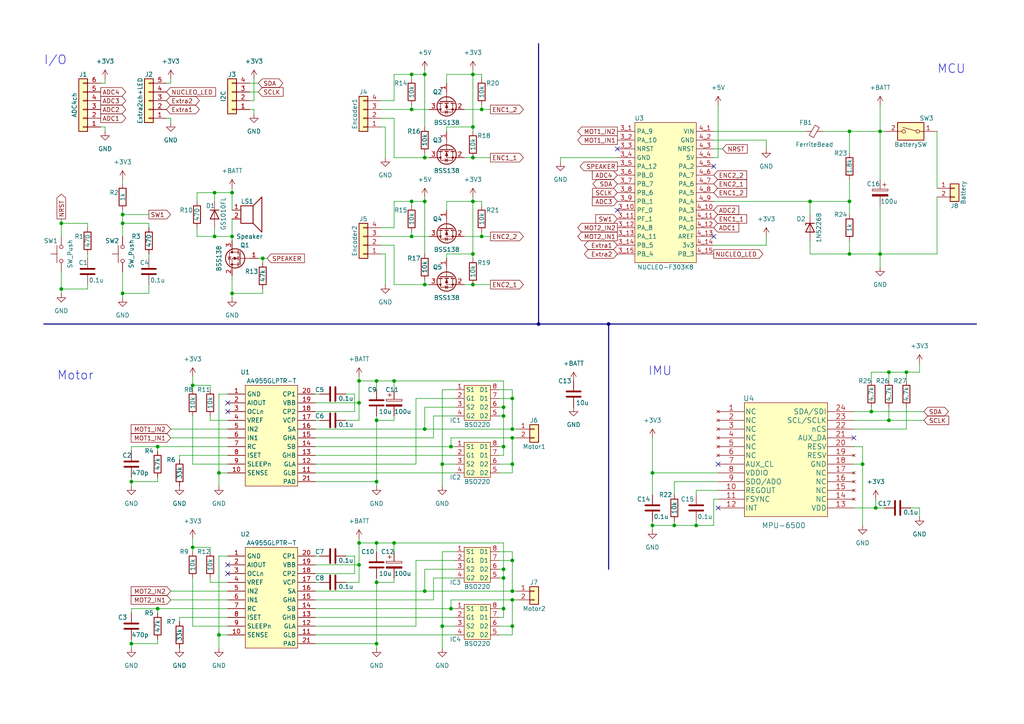
<source format=kicad_sch>
(kicad_sch (version 20230121) (generator eeschema)
  (paper "A4")
  (junction (at 45.72 129.54))
  (junction (at 128.27 181.61))
  (junction (at 63.5 137.16))
  (junction (at 146.05 165.1))
  (junction (at 148.59 115.57))
  (junction (at 67.31 68.58))
  (junction (at 255.27 73.66))
  (junction (at 252.73 119.38))
  (junction (at 137.16 73.66))
  (junction (at 137.16 45.72))
  (junction (at 35.56 62.23))
  (junction (at 114.3 157.48))
  (junction (at 148.59 181.61))
  (junction (at 148.59 162.56))
  (junction (at 146.05 118.11))
  (junction (at 63.5 184.15))
  (junction (at 176.53 93.98))
  (junction (at 67.31 55.88))
  (junction (at 148.59 171.45))
  (junction (at 257.81 121.92))
  (junction (at 246.38 58.42))
  (junction (at 55.88 158.75))
  (junction (at 146.05 129.54))
  (junction (at 62.23 55.88))
  (junction (at 148.59 134.62))
  (junction (at 195.58 152.4))
  (junction (at 119.38 31.75))
  (junction (at 130.81 176.53))
  (junction (at 201.93 152.4))
  (junction (at 104.14 157.48))
  (junction (at 109.22 110.49))
  (junction (at 104.14 116.84))
  (junction (at 250.19 134.62))
  (junction (at 109.22 157.48))
  (junction (at 104.14 110.49))
  (junction (at 139.7 68.58))
  (junction (at 123.19 171.45))
  (junction (at 123.19 45.72))
  (junction (at 123.19 21.59))
  (junction (at 104.14 163.83))
  (junction (at 62.23 68.58))
  (junction (at 254 147.32))
  (junction (at 128.27 134.62))
  (junction (at 38.1 186.69))
  (junction (at 17.78 83.82))
  (junction (at 189.23 137.16))
  (junction (at 137.16 21.59))
  (junction (at 123.19 124.46))
  (junction (at 148.59 124.46))
  (junction (at 67.31 85.09))
  (junction (at 146.05 120.65))
  (junction (at 35.56 64.77))
  (junction (at 257.81 107.95))
  (junction (at 38.1 139.7))
  (junction (at 123.19 58.42))
  (junction (at 55.88 111.76))
  (junction (at 146.05 167.64))
  (junction (at 109.22 186.69))
  (junction (at 146.05 176.53))
  (junction (at 189.23 152.4))
  (junction (at 262.89 107.95))
  (junction (at 45.72 176.53))
  (junction (at 119.38 58.42))
  (junction (at 139.7 31.75))
  (junction (at 255.27 38.1))
  (junction (at 148.59 127))
  (junction (at 119.38 68.58))
  (junction (at 119.38 21.59))
  (junction (at 123.19 82.55))
  (junction (at 137.16 36.83))
  (junction (at 156.21 93.98))
  (junction (at 246.38 73.66))
  (junction (at 109.22 121.92))
  (junction (at 17.78 64.77))
  (junction (at 148.59 173.99))
  (junction (at 137.16 82.55))
  (junction (at 137.16 58.42))
  (junction (at 130.81 129.54))
  (junction (at 76.2 74.93))
  (junction (at 35.56 85.09))
  (junction (at 109.22 139.7))
  (junction (at 114.3 110.49))
  (junction (at 109.22 168.91))
  (junction (at 246.38 38.1))
  (junction (at 234.95 58.42))
  (no_connect (at 179.07 43.18))
  (no_connect (at 179.07 60.96))
  (no_connect (at 208.28 147.32))
  (no_connect (at 66.04 119.38))
  (no_connect (at 66.04 163.83))
  (no_connect (at 66.04 166.37))
  (no_connect (at 207.01 48.26))
  (no_connect (at 207.01 68.58))
  (no_connect (at 247.65 127))
  (no_connect (at 208.28 134.62))
  (no_connect (at 66.04 116.84))
  (wire (pts (xy 137.16 36.83) (xy 137.16 38.1)))
  (wire (pts (xy 207.01 71.12) (xy 222.25 71.12)))
  (wire (pts (xy 74.93 26.67) (xy 72.39 26.67)))
  (wire (pts (xy 60.96 113.03) (xy 60.96 111.76)))
  (wire (pts (xy 234.95 58.42) (xy 246.38 58.42)))
  (wire (pts (xy 146.05 167.64) (xy 146.05 176.53)))
  (wire (pts (xy 110.49 31.75) (xy 119.38 31.75)))
  (wire (pts (xy 114.3 110.49) (xy 146.05 110.49)))
  (wire (pts (xy 109.22 168.91) (xy 114.3 168.91)))
  (wire (pts (xy 91.44 116.84) (xy 104.14 116.84)))
  (wire (pts (xy 35.56 78.74) (xy 35.56 85.09)))
  (wire (pts (xy 100.33 121.92) (xy 104.14 121.92)))
  (wire (pts (xy 207.01 45.72) (xy 208.28 45.72)))
  (wire (pts (xy 246.38 73.66) (xy 246.38 69.85)))
  (wire (pts (xy 139.7 21.59) (xy 137.16 21.59)))
  (wire (pts (xy 146.05 120.65) (xy 146.05 129.54)))
  (wire (pts (xy 266.7 149.86) (xy 266.7 147.32)))
  (wire (pts (xy 195.58 151.13) (xy 195.58 152.4)))
  (wire (pts (xy 254 144.78) (xy 254 147.32)))
  (wire (pts (xy 114.3 157.48) (xy 114.3 160.02)))
  (wire (pts (xy 66.04 161.29) (xy 63.5 161.29)))
  (wire (pts (xy 209.55 43.18) (xy 207.01 43.18)))
  (wire (pts (xy 123.19 57.15) (xy 123.19 58.42)))
  (wire (pts (xy 100.33 114.3) (xy 102.87 114.3)))
  (wire (pts (xy 109.22 157.48) (xy 109.22 160.02)))
  (bus (pts (xy 156.21 12.7) (xy 156.21 93.98)))
  (wire (pts (xy 67.31 68.58) (xy 67.31 69.85)))
  (wire (pts (xy 74.93 24.13) (xy 72.39 24.13)))
  (wire (pts (xy 146.05 110.49) (xy 146.05 118.11)))
  (wire (pts (xy 120.65 115.57) (xy 120.65 134.62)))
  (wire (pts (xy 104.14 157.48) (xy 104.14 163.83)))
  (wire (pts (xy 55.88 181.61) (xy 66.04 181.61)))
  (wire (pts (xy 255.27 38.1) (xy 246.38 38.1)))
  (wire (pts (xy 148.59 134.62) (xy 148.59 137.16)))
  (wire (pts (xy 91.44 184.15) (xy 132.08 184.15)))
  (wire (pts (xy 266.7 105.41) (xy 266.7 107.95)))
  (wire (pts (xy 62.23 66.04) (xy 62.23 68.58)))
  (wire (pts (xy 72.39 31.75) (xy 73.66 31.75)))
  (wire (pts (xy 45.72 138.43) (xy 45.72 139.7)))
  (wire (pts (xy 114.3 21.59) (xy 114.3 29.21)))
  (wire (pts (xy 109.22 186.69) (xy 109.22 187.96)))
  (wire (pts (xy 43.18 82.55) (xy 43.18 85.09)))
  (wire (pts (xy 207.01 144.78) (xy 207.01 152.4)))
  (wire (pts (xy 49.53 34.29) (xy 49.53 35.56)))
  (wire (pts (xy 57.15 58.42) (xy 57.15 55.88)))
  (wire (pts (xy 104.14 121.92) (xy 104.14 116.84)))
  (wire (pts (xy 123.19 21.59) (xy 123.19 36.83)))
  (wire (pts (xy 91.44 171.45) (xy 123.19 171.45)))
  (wire (pts (xy 130.81 127) (xy 130.81 129.54)))
  (wire (pts (xy 207.01 38.1) (xy 233.68 38.1)))
  (wire (pts (xy 255.27 73.66) (xy 255.27 77.47)))
  (wire (pts (xy 129.54 73.66) (xy 137.16 73.66)))
  (wire (pts (xy 43.18 64.77) (xy 43.18 66.04)))
  (wire (pts (xy 38.1 129.54) (xy 45.72 129.54)))
  (wire (pts (xy 146.05 132.08) (xy 146.05 129.54)))
  (wire (pts (xy 250.19 134.62) (xy 250.19 152.4)))
  (wire (pts (xy 189.23 152.4) (xy 195.58 152.4)))
  (wire (pts (xy 134.62 82.55) (xy 137.16 82.55)))
  (wire (pts (xy 60.96 160.02) (xy 60.96 158.75)))
  (wire (pts (xy 139.7 22.86) (xy 139.7 21.59)))
  (wire (pts (xy 144.78 176.53) (xy 146.05 176.53)))
  (wire (pts (xy 91.44 124.46) (xy 123.19 124.46)))
  (wire (pts (xy 207.01 152.4) (xy 201.93 152.4)))
  (wire (pts (xy 35.56 64.77) (xy 35.56 68.58)))
  (wire (pts (xy 123.19 165.1) (xy 123.19 171.45)))
  (wire (pts (xy 91.44 163.83) (xy 104.14 163.83)))
  (wire (pts (xy 144.78 167.64) (xy 146.05 167.64)))
  (wire (pts (xy 109.22 120.65) (xy 109.22 121.92)))
  (wire (pts (xy 29.21 36.83) (xy 30.48 36.83)))
  (wire (pts (xy 146.05 157.48) (xy 146.05 165.1)))
  (wire (pts (xy 139.7 31.75) (xy 142.24 31.75)))
  (wire (pts (xy 125.73 120.65) (xy 132.08 120.65)))
  (wire (pts (xy 66.04 179.07) (xy 52.07 179.07)))
  (wire (pts (xy 148.59 173.99) (xy 149.86 173.99)))
  (wire (pts (xy 91.44 139.7) (xy 109.22 139.7)))
  (wire (pts (xy 38.1 139.7) (xy 38.1 140.97)))
  (wire (pts (xy 91.44 176.53) (xy 130.81 176.53)))
  (wire (pts (xy 201.93 151.13) (xy 201.93 152.4)))
  (wire (pts (xy 195.58 139.7) (xy 208.28 139.7)))
  (wire (pts (xy 60.96 121.92) (xy 66.04 121.92)))
  (wire (pts (xy 123.19 58.42) (xy 123.19 73.66)))
  (wire (pts (xy 110.49 34.29) (xy 114.3 34.29)))
  (wire (pts (xy 234.95 69.85) (xy 234.95 73.66)))
  (wire (pts (xy 91.44 173.99) (xy 125.73 173.99)))
  (wire (pts (xy 137.16 20.32) (xy 137.16 21.59)))
  (wire (pts (xy 25.4 83.82) (xy 17.78 83.82)))
  (wire (pts (xy 104.14 110.49) (xy 109.22 110.49)))
  (wire (pts (xy 247.65 124.46) (xy 262.89 124.46)))
  (wire (pts (xy 247.65 134.62) (xy 250.19 134.62)))
  (wire (pts (xy 57.15 55.88) (xy 62.23 55.88)))
  (wire (pts (xy 62.23 68.58) (xy 67.31 68.58)))
  (wire (pts (xy 247.65 119.38) (xy 252.73 119.38)))
  (wire (pts (xy 119.38 67.31) (xy 119.38 68.58)))
  (wire (pts (xy 114.3 58.42) (xy 114.3 66.04)))
  (wire (pts (xy 146.05 165.1) (xy 146.05 167.64)))
  (wire (pts (xy 109.22 110.49) (xy 114.3 110.49)))
  (wire (pts (xy 144.78 160.02) (xy 148.59 160.02)))
  (wire (pts (xy 257.81 118.11) (xy 257.81 121.92)))
  (wire (pts (xy 48.26 34.29) (xy 49.53 34.29)))
  (wire (pts (xy 52.07 132.08) (xy 52.07 133.35)))
  (wire (pts (xy 262.89 124.46) (xy 262.89 118.11)))
  (wire (pts (xy 123.19 20.32) (xy 123.19 21.59)))
  (wire (pts (xy 256.54 38.1) (xy 255.27 38.1)))
  (wire (pts (xy 130.81 176.53) (xy 132.08 176.53)))
  (wire (pts (xy 125.73 127) (xy 125.73 120.65)))
  (wire (pts (xy 91.44 186.69) (xy 109.22 186.69)))
  (wire (pts (xy 255.27 59.69) (xy 255.27 73.66)))
  (wire (pts (xy 119.38 21.59) (xy 119.38 22.86)))
  (wire (pts (xy 100.33 168.91) (xy 104.14 168.91)))
  (wire (pts (xy 148.59 127) (xy 148.59 134.62)))
  (wire (pts (xy 179.07 45.72) (xy 162.56 45.72)))
  (wire (pts (xy 104.14 156.21) (xy 104.14 157.48)))
  (wire (pts (xy 130.81 173.99) (xy 130.81 176.53)))
  (wire (pts (xy 148.59 127) (xy 149.86 127)))
  (wire (pts (xy 271.78 57.15) (xy 271.78 73.66)))
  (wire (pts (xy 148.59 173.99) (xy 148.59 181.61)))
  (wire (pts (xy 134.62 45.72) (xy 137.16 45.72)))
  (wire (pts (xy 195.58 152.4) (xy 201.93 152.4)))
  (wire (pts (xy 134.62 31.75) (xy 139.7 31.75)))
  (wire (pts (xy 129.54 58.42) (xy 137.16 58.42)))
  (wire (pts (xy 91.44 166.37) (xy 102.87 166.37)))
  (wire (pts (xy 128.27 160.02) (xy 132.08 160.02)))
  (wire (pts (xy 207.01 58.42) (xy 234.95 58.42)))
  (wire (pts (xy 25.4 64.77) (xy 25.4 66.04)))
  (wire (pts (xy 234.95 58.42) (xy 234.95 62.23)))
  (wire (pts (xy 144.78 181.61) (xy 148.59 181.61)))
  (wire (pts (xy 55.88 156.21) (xy 55.88 158.75)))
  (wire (pts (xy 148.59 181.61) (xy 148.59 184.15)))
  (wire (pts (xy 114.3 71.12) (xy 114.3 82.55)))
  (wire (pts (xy 189.23 152.4) (xy 189.23 151.13)))
  (wire (pts (xy 246.38 58.42) (xy 246.38 62.23)))
  (wire (pts (xy 60.96 120.65) (xy 60.96 121.92)))
  (wire (pts (xy 132.08 118.11) (xy 123.19 118.11)))
  (wire (pts (xy 144.78 132.08) (xy 146.05 132.08)))
  (wire (pts (xy 102.87 119.38) (xy 102.87 114.3)))
  (wire (pts (xy 109.22 157.48) (xy 114.3 157.48)))
  (wire (pts (xy 201.93 142.24) (xy 208.28 142.24)))
  (wire (pts (xy 35.56 85.09) (xy 35.56 86.36)))
  (wire (pts (xy 55.88 111.76) (xy 55.88 113.03)))
  (wire (pts (xy 139.7 30.48) (xy 139.7 31.75)))
  (wire (pts (xy 76.2 74.93) (xy 76.2 76.2)))
  (wire (pts (xy 119.38 30.48) (xy 119.38 31.75)))
  (wire (pts (xy 255.27 30.48) (xy 255.27 38.1)))
  (wire (pts (xy 144.78 129.54) (xy 146.05 129.54)))
  (wire (pts (xy 63.5 184.15) (xy 63.5 187.96)))
  (wire (pts (xy 17.78 64.77) (xy 25.4 64.77)))
  (wire (pts (xy 43.18 64.77) (xy 35.56 64.77)))
  (wire (pts (xy 144.78 113.03) (xy 148.59 113.03)))
  (wire (pts (xy 17.78 64.77) (xy 17.78 68.58)))
  (wire (pts (xy 114.3 157.48) (xy 146.05 157.48)))
  (wire (pts (xy 189.23 127) (xy 189.23 137.16)))
  (wire (pts (xy 109.22 110.49) (xy 109.22 113.03)))
  (wire (pts (xy 100.33 161.29) (xy 102.87 161.29)))
  (wire (pts (xy 110.49 68.58) (xy 119.38 68.58)))
  (wire (pts (xy 130.81 127) (xy 148.59 127)))
  (wire (pts (xy 67.31 63.5) (xy 67.31 68.58)))
  (wire (pts (xy 66.04 132.08) (xy 52.07 132.08)))
  (wire (pts (xy 128.27 134.62) (xy 128.27 140.97)))
  (wire (pts (xy 123.19 171.45) (xy 148.59 171.45)))
  (wire (pts (xy 207.01 40.64) (xy 222.25 40.64)))
  (wire (pts (xy 30.48 36.83) (xy 30.48 38.1)))
  (wire (pts (xy 114.3 58.42) (xy 119.38 58.42)))
  (wire (pts (xy 109.22 167.64) (xy 109.22 168.91)))
  (wire (pts (xy 102.87 166.37) (xy 102.87 161.29)))
  (wire (pts (xy 137.16 82.55) (xy 142.24 82.55)))
  (wire (pts (xy 38.1 185.42) (xy 38.1 186.69)))
  (wire (pts (xy 129.54 38.1) (xy 129.54 36.83)))
  (wire (pts (xy 130.81 129.54) (xy 132.08 129.54)))
  (wire (pts (xy 52.07 179.07) (xy 52.07 180.34)))
  (wire (pts (xy 146.05 118.11) (xy 146.05 120.65)))
  (wire (pts (xy 132.08 165.1) (xy 123.19 165.1)))
  (wire (pts (xy 49.53 22.86) (xy 49.53 24.13)))
  (wire (pts (xy 252.73 107.95) (xy 257.81 107.95)))
  (wire (pts (xy 128.27 113.03) (xy 132.08 113.03)))
  (wire (pts (xy 129.54 74.93) (xy 129.54 73.66)))
  (wire (pts (xy 222.25 71.12) (xy 222.25 68.58)))
  (wire (pts (xy 45.72 185.42) (xy 45.72 186.69)))
  (wire (pts (xy 247.65 121.92) (xy 257.81 121.92)))
  (wire (pts (xy 38.1 177.8) (xy 38.1 176.53)))
  (wire (pts (xy 120.65 162.56) (xy 120.65 181.61)))
  (wire (pts (xy 91.44 179.07) (xy 132.08 179.07)))
  (wire (pts (xy 137.16 58.42) (xy 137.16 73.66)))
  (wire (pts (xy 123.19 45.72) (xy 123.19 44.45)))
  (wire (pts (xy 128.27 160.02) (xy 128.27 181.61)))
  (wire (pts (xy 148.59 115.57) (xy 148.59 124.46)))
  (wire (pts (xy 30.48 24.13) (xy 29.21 24.13)))
  (wire (pts (xy 125.73 167.64) (xy 132.08 167.64)))
  (wire (pts (xy 63.5 184.15) (xy 66.04 184.15)))
  (wire (pts (xy 129.54 36.83) (xy 137.16 36.83)))
  (wire (pts (xy 67.31 85.09) (xy 67.31 86.36)))
  (wire (pts (xy 119.38 31.75) (xy 124.46 31.75)))
  (wire (pts (xy 139.7 58.42) (xy 137.16 58.42)))
  (wire (pts (xy 148.59 113.03) (xy 148.59 115.57)))
  (wire (pts (xy 76.2 83.82) (xy 76.2 85.09)))
  (wire (pts (xy 119.38 21.59) (xy 123.19 21.59)))
  (wire (pts (xy 137.16 21.59) (xy 137.16 36.83)))
  (wire (pts (xy 252.73 110.49) (xy 252.73 107.95)))
  (wire (pts (xy 92.71 114.3) (xy 91.44 114.3)))
  (wire (pts (xy 104.14 110.49) (xy 104.14 116.84)))
  (wire (pts (xy 104.14 109.22) (xy 104.14 110.49)))
  (wire (pts (xy 63.5 137.16) (xy 63.5 140.97)))
  (wire (pts (xy 162.56 45.72) (xy 162.56 46.99)))
  (wire (pts (xy 257.81 121.92) (xy 267.97 121.92)))
  (wire (pts (xy 246.38 52.07) (xy 246.38 58.42)))
  (wire (pts (xy 123.19 118.11) (xy 123.19 124.46)))
  (wire (pts (xy 252.73 118.11) (xy 252.73 119.38)))
  (wire (pts (xy 114.3 167.64) (xy 114.3 168.91)))
  (wire (pts (xy 38.1 176.53) (xy 45.72 176.53)))
  (wire (pts (xy 250.19 129.54) (xy 250.19 134.62)))
  (wire (pts (xy 114.3 82.55) (xy 123.19 82.55)))
  (wire (pts (xy 57.15 68.58) (xy 62.23 68.58)))
  (wire (pts (xy 189.23 137.16) (xy 208.28 137.16)))
  (wire (pts (xy 63.5 137.16) (xy 66.04 137.16)))
  (wire (pts (xy 144.78 115.57) (xy 148.59 115.57)))
  (wire (pts (xy 38.1 138.43) (xy 38.1 139.7)))
  (wire (pts (xy 208.28 144.78) (xy 207.01 144.78)))
  (wire (pts (xy 74.93 74.93) (xy 76.2 74.93)))
  (wire (pts (xy 195.58 143.51) (xy 195.58 139.7)))
  (wire (pts (xy 189.23 153.67) (xy 189.23 152.4)))
  (wire (pts (xy 139.7 59.69) (xy 139.7 58.42)))
  (wire (pts (xy 130.81 173.99) (xy 148.59 173.99)))
  (wire (pts (xy 55.88 134.62) (xy 66.04 134.62)))
  (wire (pts (xy 129.54 21.59) (xy 137.16 21.59)))
  (wire (pts (xy 201.93 143.51) (xy 201.93 142.24)))
  (wire (pts (xy 137.16 45.72) (xy 142.24 45.72)))
  (wire (pts (xy 247.65 147.32) (xy 254 147.32)))
  (bus (pts (xy 176.53 93.98) (xy 156.21 93.98)))
  (wire (pts (xy 137.16 57.15) (xy 137.16 58.42)))
  (wire (pts (xy 91.44 127) (xy 125.73 127)))
  (wire (pts (xy 91.44 181.61) (xy 120.65 181.61)))
  (wire (pts (xy 45.72 139.7) (xy 38.1 139.7)))
  (wire (pts (xy 67.31 80.01) (xy 67.31 85.09)))
  (wire (pts (xy 91.44 134.62) (xy 120.65 134.62)))
  (wire (pts (xy 35.56 62.23) (xy 43.18 62.23)))
  (wire (pts (xy 17.78 83.82) (xy 17.78 85.09)))
  (wire (pts (xy 144.78 118.11) (xy 146.05 118.11)))
  (wire (pts (xy 92.71 161.29) (xy 91.44 161.29)))
  (wire (pts (xy 110.49 66.04) (xy 114.3 66.04)))
  (bus (pts (xy 176.53 93.98) (xy 176.53 165.1)))
  (wire (pts (xy 91.44 137.16) (xy 132.08 137.16)))
  (bus (pts (xy 12.7 93.98) (xy 156.21 93.98)))
  (wire (pts (xy 119.38 58.42) (xy 123.19 58.42)))
  (wire (pts (xy 55.88 158.75) (xy 55.88 160.02)))
  (wire (pts (xy 49.53 171.45) (xy 66.04 171.45)))
  (wire (pts (xy 132.08 162.56) (xy 120.65 162.56)))
  (wire (pts (xy 104.14 157.48) (xy 109.22 157.48)))
  (wire (pts (xy 266.7 147.32) (xy 264.16 147.32)))
  (wire (pts (xy 35.56 60.96) (xy 35.56 62.23)))
  (wire (pts (xy 62.23 55.88) (xy 67.31 55.88)))
  (wire (pts (xy 73.66 22.86) (xy 73.66 29.21)))
  (wire (pts (xy 109.22 121.92) (xy 114.3 121.92)))
  (wire (pts (xy 124.46 82.55) (xy 123.19 82.55)))
  (wire (pts (xy 110.49 73.66) (xy 111.76 73.66)))
  (wire (pts (xy 55.88 120.65) (xy 55.88 134.62)))
  (wire (pts (xy 109.22 121.92) (xy 109.22 139.7)))
  (wire (pts (xy 144.78 165.1) (xy 146.05 165.1)))
  (wire (pts (xy 128.27 181.61) (xy 128.27 187.96)))
  (wire (pts (xy 45.72 130.81) (xy 45.72 129.54)))
  (wire (pts (xy 148.59 184.15) (xy 144.78 184.15)))
  (wire (pts (xy 49.53 127) (xy 66.04 127)))
  (wire (pts (xy 146.05 179.07) (xy 146.05 176.53)))
  (wire (pts (xy 139.7 68.58) (xy 142.24 68.58)))
  (wire (pts (xy 91.44 129.54) (xy 130.81 129.54)))
  (wire (pts (xy 67.31 54.61) (xy 67.31 55.88)))
  (wire (pts (xy 144.78 162.56) (xy 148.59 162.56)))
  (wire (pts (xy 17.78 63.5) (xy 17.78 64.77)))
  (wire (pts (xy 189.23 137.16) (xy 189.23 143.51)))
  (wire (pts (xy 114.3 120.65) (xy 114.3 121.92)))
  (wire (pts (xy 109.22 168.91) (xy 109.22 186.69)))
  (wire (pts (xy 123.19 124.46) (xy 148.59 124.46)))
  (wire (pts (xy 57.15 66.04) (xy 57.15 68.58)))
  (wire (pts (xy 128.27 181.61) (xy 132.08 181.61)))
  (wire (pts (xy 114.3 110.49) (xy 114.3 113.03)))
  (wire (pts (xy 45.72 176.53) (xy 66.04 176.53)))
  (wire (pts (xy 129.54 58.42) (xy 129.54 60.96)))
  (wire (pts (xy 252.73 119.38) (xy 267.97 119.38)))
  (wire (pts (xy 60.96 167.64) (xy 60.96 168.91)))
  (wire (pts (xy 25.4 73.66) (xy 25.4 74.93)))
  (wire (pts (xy 73.66 29.21) (xy 72.39 29.21)))
  (wire (pts (xy 124.46 45.72) (xy 123.19 45.72)))
  (wire (pts (xy 114.3 21.59) (xy 119.38 21.59)))
  (wire (pts (xy 255.27 38.1) (xy 255.27 52.07)))
  (wire (pts (xy 110.49 29.21) (xy 114.3 29.21)))
  (wire (pts (xy 73.66 31.75) (xy 73.66 33.02)))
  (wire (pts (xy 67.31 55.88) (xy 67.31 60.96)))
  (wire (pts (xy 38.1 186.69) (xy 38.1 187.96)))
  (wire (pts (xy 110.49 71.12) (xy 114.3 71.12)))
  (wire (pts (xy 148.59 160.02) (xy 148.59 162.56)))
  (wire (pts (xy 119.38 68.58) (xy 124.46 68.58)))
  (wire (pts (xy 139.7 67.31) (xy 139.7 68.58)))
  (wire (pts (xy 111.76 36.83) (xy 111.76 45.72)))
  (wire (pts (xy 76.2 85.09) (xy 67.31 85.09)))
  (wire (pts (xy 92.71 121.92) (xy 91.44 121.92)))
  (wire (pts (xy 234.95 73.66) (xy 246.38 73.66)))
  (wire (pts (xy 137.16 73.66) (xy 137.16 74.93)))
  (wire (pts (xy 45.72 129.54) (xy 66.04 129.54)))
  (wire (pts (xy 148.59 171.45) (xy 149.86 171.45)))
  (wire (pts (xy 60.96 168.91) (xy 66.04 168.91)))
  (wire (pts (xy 123.19 82.55) (xy 123.19 81.28)))
  (wire (pts (xy 114.3 45.72) (xy 123.19 45.72)))
  (wire (pts (xy 55.88 109.22) (xy 55.88 111.76)))
  (wire (pts (xy 144.78 179.07) (xy 146.05 179.07)))
  (wire (pts (xy 91.44 132.08) (xy 132.08 132.08)))
  (wire (pts (xy 49.53 173.99) (xy 66.04 173.99)))
  (wire (pts (xy 109.22 139.7) (xy 109.22 140.97)))
  (wire (pts (xy 30.48 22.86) (xy 30.48 24.13)))
  (wire (pts (xy 148.59 137.16) (xy 144.78 137.16)))
  (wire (pts (xy 17.78 78.74) (xy 17.78 83.82)))
  (wire (pts (xy 144.78 134.62) (xy 148.59 134.62)))
  (wire (pts (xy 35.56 62.23) (xy 35.56 64.77)))
  (wire (pts (xy 49.53 24.13) (xy 48.26 24.13)))
  (wire (pts (xy 125.73 173.99) (xy 125.73 167.64)))
  (wire (pts (xy 55.88 167.64) (xy 55.88 181.61)))
  (bus (pts (xy 176.53 93.98) (xy 283.21 93.98)))
  (wire (pts (xy 271.78 38.1) (xy 271.78 54.61)))
  (wire (pts (xy 91.44 119.38) (xy 102.87 119.38)))
  (wire (pts (xy 92.71 168.91) (xy 91.44 168.91)))
  (wire (pts (xy 62.23 58.42) (xy 62.23 55.88)))
  (wire (pts (xy 63.5 114.3) (xy 63.5 137.16)))
  (wire (pts (xy 45.72 177.8) (xy 45.72 176.53)))
  (wire (pts (xy 119.38 58.42) (xy 119.38 59.69)))
  (wire (pts (xy 66.04 114.3) (xy 63.5 114.3)))
  (wire (pts (xy 111.76 73.66) (xy 111.76 82.55)))
  (wire (pts (xy 114.3 34.29) (xy 114.3 45.72)))
  (wire (pts (xy 76.2 74.93) (xy 77.47 74.93)))
  (wire (pts (xy 132.08 115.57) (xy 120.65 115.57)))
  (wire (pts (xy 104.14 168.91) (xy 104.14 163.83)))
  (wire (pts (xy 257.81 107.95) (xy 262.89 107.95)))
  (wire (pts (xy 238.76 38.1) (xy 246.38 38.1)))
  (wire (pts (xy 49.53 124.46) (xy 66.04 124.46)))
  (wire (pts (xy 247.65 129.54) (xy 250.19 129.54)))
  (wire (pts (xy 63.5 161.29) (xy 63.5 184.15)))
  (wire (pts (xy 128.27 113.03) (xy 128.27 134.62)))
  (wire (pts (xy 254 147.32) (xy 256.54 147.32)))
  (wire (pts (xy 43.18 73.66) (xy 43.18 74.93)))
  (wire (pts (xy 148.59 162.56) (xy 148.59 171.45)))
  (wire (pts (xy 128.27 134.62) (xy 132.08 134.62)))
  (wire (pts (xy 60.96 158.75) (xy 55.88 158.75)))
  (wire (pts (xy 110.49 36.83) (xy 111.76 36.83)))
  (wire (pts (xy 246.38 38.1) (xy 246.38 44.45)))
  (wire (pts (xy 257.81 107.95) (xy 257.81 110.49)))
  (wire (pts (xy 35.56 52.07) (xy 35.56 53.34)))
  (wire (pts (xy 43.18 85.09) (xy 35.56 85.09)))
  (wire (pts (xy 255.27 73.66) (xy 246.38 73.66)))
  (wire (pts (xy 262.89 107.95) (xy 262.89 110.49)))
  (wire (pts (xy 134.62 68.58) (xy 139.7 68.58)))
  (wire (pts (xy 262.89 107.95) (xy 266.7 107.95)))
  (wire (pts (xy 148.59 124.46) (xy 149.86 124.46)))
  (wire (pts (xy 129.54 21.59) (xy 129.54 24.13)))
  (wire (pts (xy 45.72 186.69) (xy 38.1 186.69)))
  (wire (pts (xy 144.78 120.65) (xy 146.05 120.65)))
  (wire (pts (xy 60.96 111.76) (xy 55.88 111.76)))
  (wire (pts (xy 25.4 82.55) (xy 25.4 83.82)))
  (wire (pts (xy 38.1 130.81) (xy 38.1 129.54)))
  (wire (pts (xy 222.25 40.64) (xy 222.25 43.18)))
  (wire (pts (xy 208.28 45.72) (xy 208.28 30.48)))
  (wire (pts (xy 255.27 73.66) (xy 271.78 73.66)))
  (text "IMU" (at 187.96 109.22 0) (effects (font (size 2.54 2.54)) (justify left bottom)))
  (text "I/O" (at 12.7 19.05 0) (effects (font (size 2.54 2.54)) (justify left bottom)))
  (text "Motor" (at 16.51 110.49 0) (effects (font (size 2.54 2.54)) (justify left bottom)))
  (text "MCU" (at 271.78 21.59 0) (effects (font (size 2.54 2.54)) (justify left bottom)))
  (global_label "NUCLEO_LED" (shape output) (at 207.01 73.66 0) (property "Intersheetrefs" "${INTERSHEET_REFS}" (effects hide)))
  (global_label "MOT2_IN2" (shape output) (at 179.07 66.04 180) (property "Intersheetrefs" "${INTERSHEET_REFS}" (effects hide)))
  (global_label "ENC2_1" (shape output) (at 142.24 82.55 0) (property "Intersheetrefs" "${INTERSHEET_REFS}" (effects hide)))
  (global_label "SPEAKER" (shape output) (at 179.07 48.26 180) (property "Intersheetrefs" "${INTERSHEET_REFS}" (effects hide)))
  (global_label "Extra2" (shape bidirectional) (at 179.07 73.66 180) (property "Intersheetrefs" "${INTERSHEET_REFS}" (effects hide)))
  (global_label "NUCLEO_LED" (shape input) (at 48.26 26.67 0) (property "Intersheetrefs" "${INTERSHEET_REFS}" (effects hide)))
  (global_label "ADC2" (shape input) (at 207.01 60.96 0) (property "Intersheetrefs" "${INTERSHEET_REFS}" (effects hide)))
  (global_label "MOT2_IN1" (shape output) (at 179.07 68.58 180) (property "Intersheetrefs" "${INTERSHEET_REFS}" (effects hide)))
  (global_label "MOT1_IN1" (shape output) (at 179.07 40.64 180) (property "Intersheetrefs" "${INTERSHEET_REFS}" (effects hide)))
  (global_label "SPEAKER" (shape input) (at 77.47 74.93 0) (property "Intersheetrefs" "${INTERSHEET_REFS}" (effects hide)))
  (global_label "Extra1" (shape bidirectional) (at 48.26 31.75 0) (property "Intersheetrefs" "${INTERSHEET_REFS}" (effects hide)))
  (global_label "SDA" (shape bidirectional) (at 74.93 24.13 0) (property "Intersheetrefs" "${INTERSHEET_REFS}" (effects hide)))
  (global_label "SDA" (shape bidirectional) (at 179.07 53.34 180) (property "Intersheetrefs" "${INTERSHEET_REFS}" (effects hide)))
  (global_label "ENC2_2" (shape input) (at 207.01 50.8 0) (property "Intersheetrefs" "${INTERSHEET_REFS}" (effects hide)))
  (global_label "SCLK" (shape input) (at 267.97 121.92 0) (property "Intersheetrefs" "${INTERSHEET_REFS}" (effects hide)))
  (global_label "ENC1_1" (shape output) (at 142.24 45.72 0) (property "Intersheetrefs" "${INTERSHEET_REFS}" (effects hide)))
  (global_label "MOT1_IN2" (shape input) (at 49.53 124.46 180) (property "Intersheetrefs" "${INTERSHEET_REFS}" (effects hide)))
  (global_label "Extra2" (shape bidirectional) (at 48.26 29.21 0) (property "Intersheetrefs" "${INTERSHEET_REFS}" (effects hide)))
  (global_label "ENC2_1" (shape input) (at 207.01 53.34 0) (property "Intersheetrefs" "${INTERSHEET_REFS}" (effects hide)))
  (global_label "SDA" (shape bidirectional) (at 267.97 119.38 0) (property "Intersheetrefs" "${INTERSHEET_REFS}" (effects hide)))
  (global_label "ENC1_2" (shape input) (at 207.01 55.88 0) (property "Intersheetrefs" "${INTERSHEET_REFS}" (effects hide)))
  (global_label "ADC3" (shape input) (at 179.07 58.42 180) (property "Intersheetrefs" "${INTERSHEET_REFS}" (effects hide)))
  (global_label "Extra1" (shape bidirectional) (at 179.07 71.12 180) (property "Intersheetrefs" "${INTERSHEET_REFS}" (effects hide)))
  (global_label "MOT2_IN1" (shape input) (at 49.53 173.99 180) (property "Intersheetrefs" "${INTERSHEET_REFS}" (effects hide)))
  (global_label "MOT1_IN2" (shape output) (at 179.07 38.1 180) (property "Intersheetrefs" "${INTERSHEET_REFS}" (effects hide)))
  (global_label "SCLK" (shape input) (at 179.07 55.88 180) (property "Intersheetrefs" "${INTERSHEET_REFS}" (effects hide)))
  (global_label "ADC2" (shape output) (at 29.21 31.75 0) (property "Intersheetrefs" "${INTERSHEET_REFS}" (effects hide)))
  (global_label "NRST" (shape output) (at 17.78 63.5 90) (property "Intersheetrefs" "${INTERSHEET_REFS}" (effects hide)))
  (global_label "SCLK" (shape input) (at 74.93 26.67 0) (property "Intersheetrefs" "${INTERSHEET_REFS}" (effects hide)))
  (global_label "SW1" (shape input) (at 179.07 63.5 180) (property "Intersheetrefs" "${INTERSHEET_REFS}" (effects hide)))
  (global_label "SW1" (shape output) (at 43.18 62.23 0) (property "Intersheetrefs" "${INTERSHEET_REFS}" (effects hide)))
  (global_label "ADC1" (shape input) (at 207.01 66.04 0) (property "Intersheetrefs" "${INTERSHEET_REFS}" (effects hide)))
  (global_label "ADC4" (shape output) (at 29.21 26.67 0) (property "Intersheetrefs" "${INTERSHEET_REFS}" (effects hide)))
  (global_label "NRST" (shape input) (at 209.55 43.18 0) (property "Intersheetrefs" "${INTERSHEET_REFS}" (effects hide)))
  (global_label "ADC4" (shape input) (at 179.07 50.8 180) (property "Intersheetrefs" "${INTERSHEET_REFS}" (effects hide)))
  (global_label "ENC1_1" (shape input) (at 207.01 63.5 0) (property "Intersheetrefs" "${INTERSHEET_REFS}" (effects hide)))
  (global_label "ENC1_2" (shape output) (at 142.24 31.75 0) (property "Intersheetrefs" "${INTERSHEET_REFS}" (effects hide)))
  (global_label "MOT2_IN2" (shape input) (at 49.53 171.45 180) (property "Intersheetrefs" "${INTERSHEET_REFS}" (effects hide)))
  (global_label "ENC2_2" (shape output) (at 142.24 68.58 0) (property "Intersheetrefs" "${INTERSHEET_REFS}" (effects hide)))
  (global_label "ADC1" (shape output) (at 29.21 34.29 0) (property "Intersheetrefs" "${INTERSHEET_REFS}" (effects hide)))
  (global_label "MOT1_IN1" (shape input) (at 49.53 127 180) (property "Intersheetrefs" "${INTERSHEET_REFS}" (effects hide)))
  (global_label "ADC3" (shape output) (at 29.21 29.21 0) (property "Intersheetrefs" "${INTERSHEET_REFS}" (effects hide)))
  (symbol (lib_name "GND_1") (lib_id "power:GND") (at 128.27 140.97 0) (unit 1)
    (property "Reference" "#PWR028" (effects hide))
    (property "Value" "GND" (at 128.27 146.05 0))
  )
  (symbol (lib_name "GND_1") (lib_id "power:GND") (at 128.27 187.96 0) (unit 1)
    (property "Reference" "#PWR029" (effects hide))
    (property "Value" "GND" (at 128.27 193.04 0))
  )
  (symbol (lib_id "Device:C") (at 96.52 161.29 90) (unit 1)
    (property "Reference" "C7" (at 92.71 160.02 90))
    (property "Value" "0.1u" (at 100.33 162.56 90))
    (property "Footprint" "Capacitor_SMD:C_0603_1608Metric" (effects hide))
  )
  (symbol (lib_id "power:+BATT") (at 166.37 110.49 0) (unit 1)
    (property "Reference" "#PWR033" (effects hide))
    (property "Value" "+BATT" (at 166.37 105.41 0))
  )
  (symbol (lib_id "Symbols:BSO220") (at 138.43 180.34 0) (unit 1)
    (property "Reference" "IC4" (at 132.08 185.42 0))
    (property "Value" "BSO220" (at 138.43 186.69 0))
    (property "Footprint" "Footprints:BSO220N03MD" (effects hide))
  )
  (symbol (lib_id "Symbols:NUCLEO-F303K8") (at 193.04 50.8 0) (unit 1)
    (property "Reference" "U3" (at 185.42 34.29 0))
    (property "Value" "NUCLEO-F303K8" (at 193.04 77.47 0))
    (property "Footprint" "Footprints:MODULE_NUCLEO-F303K8" (effects hide))
  )
  (symbol (lib_id "Device:C") (at 96.52 168.91 90) (unit 1)
    (property "Reference" "C8" (at 92.71 167.64 90))
    (property "Value" "0.1u" (at 100.33 170.18 90))
    (property "Footprint" "Capacitor_SMD:C_0603_1608Metric" (effects hide))
  )
  (symbol (lib_id "power:GND") (at 17.78 85.09 0) (unit 1)
    (property "Reference" "#PWR01" (effects hide))
    (property "Value" "GND" (at 17.78 90.17 0))
  )
  (symbol (lib_id "power:GND") (at 266.7 149.86 0) (unit 1)
    (property "Reference" "#PWR045" (effects hide))
    (property "Value" "GND" (at 266.7 154.94 0))
  )
  (symbol (lib_id "Connector_Generic:Conn_01x06") (at 24.13 31.75 180) (unit 1)
    (property "Reference" "J1" (at 24.13 21.59 0))
    (property "Value" "ADC4ch" (at 21.59 30.48 90))
    (property "Footprint" "Connector_Molex:Molex_Micro-Latch_53253-0670_1x06_P2.00mm_Vertical" (effects hide))
  )
  (symbol (lib_id "power:GND") (at 35.56 86.36 0) (unit 1)
    (property "Reference" "#PWR05" (effects hide))
    (property "Value" "GND" (at 35.56 91.44 0))
  )
  (symbol (lib_name "GND_1") (lib_id "power:GND") (at 109.22 140.97 0) (unit 1)
    (property "Reference" "#PWR022" (effects hide))
    (property "Value" "GND" (at 109.22 146.05 0))
  )
  (symbol (lib_id "Device:C") (at 96.52 114.3 90) (unit 1)
    (property "Reference" "C5" (at 92.71 113.03 90))
    (property "Value" "0.1u" (at 100.33 115.57 90))
    (property "Footprint" "Capacitor_SMD:C_0603_1608Metric" (effects hide))
  )
  (symbol (lib_id "Device:C") (at 25.4 78.74 0) (unit 1)
    (property "Reference" "C1" (at 24.13 76.2 0))
    (property "Value" "0.1u" (at 27.94 81.28 0))
    (property "Footprint" "Capacitor_SMD:C_0603_1608Metric" (effects hide))
  )
  (symbol (lib_id "power:+3V3") (at 35.56 52.07 0) (unit 1)
    (property "Reference" "#PWR04" (effects hide))
    (property "Value" "+3V3" (at 35.56 46.99 0))
  )
  (symbol (lib_id "Device:R") (at 246.38 66.04 0) (mirror y) (unit 1)
    (property "Reference" "R24" (at 243.84 62.23 0))
    (property "Value" "1k" (at 246.38 66.04 90))
    (property "Footprint" "Resistor_SMD:R_0603_1608Metric" (effects hide))
  )
  (symbol (lib_id "Device:R") (at 43.18 69.85 0) (unit 1)
    (property "Reference" "R3" (at 38.1 68.58 0) (effects (justify left)))
    (property "Value" "470" (at 43.18 69.85 90))
    (property "Footprint" "Resistor_SMD:R_0603_1608Metric" (effects hide))
  )
  (symbol (lib_id "Device:R") (at 123.19 40.64 180) (unit 1)
    (property "Reference" "R16" (at 118.11 38.1 0) (effects (justify right)))
    (property "Value" "10k" (at 123.19 40.64 90))
    (property "Footprint" "Resistor_SMD:R_0603_1608Metric" (effects hide))
  )
  (symbol (lib_id "Device:R") (at 45.72 181.61 0) (unit 1)
    (property "Reference" "R5" (at 41.91 177.8 0) (effects (justify left)))
    (property "Value" "47k" (at 45.72 181.61 90))
    (property "Footprint" "Resistor_SMD:R_0603_1608Metric" (effects hide))
  )
  (symbol (lib_name "GND_1") (lib_id "power:GND") (at 166.37 118.11 0) (unit 1)
    (property "Reference" "#PWR034" (effects hide))
    (property "Value" "GND" (at 166.37 123.19 0))
  )
  (symbol (lib_id "power:GND") (at 222.25 43.18 0) (unit 1)
    (property "Reference" "#PWR038" (effects hide))
    (property "Value" "GND" (at 222.25 48.26 0))
  )
  (symbol (lib_id "Device:C") (at 189.23 147.32 0) (unit 1)
    (property "Reference" "C14" (at 186.69 144.78 0))
    (property "Value" "0.1u" (at 191.77 149.86 0))
    (property "Footprint" "Capacitor_SMD:C_0603_1608Metric" (effects hide))
  )
  (symbol (lib_id "Device:C") (at 109.22 116.84 180) (unit 1)
    (property "Reference" "C9" (at 107.95 113.03 0))
    (property "Value" "10u" (at 111.76 119.38 0))
    (property "Footprint" "Capacitor_SMD:C_0805_2012Metric" (effects hide))
  )
  (symbol (lib_id "Device:Speaker") (at 72.39 60.96 0) (unit 1)
    (property "Reference" "LS1" (at 69.85 58.42 0) (effects (justify left)))
    (property "Value" "Speaker" (at 72.39 68.58 0))
    (property "Footprint" "Footprints:PKM13EPYH4000-A0" (effects hide))
  )
  (symbol (lib_id "power:+3V3") (at 30.48 22.86 0) (unit 1)
    (property "Reference" "#PWR02" (effects hide))
    (property "Value" "+3V3" (at 30.48 17.78 0))
  )
  (symbol (lib_id "Device:R") (at 57.15 62.23 180) (unit 1)
    (property "Reference" "R10" (at 52.07 60.96 0) (effects (justify right)))
    (property "Value" "470" (at 57.15 62.23 90))
    (property "Footprint" "Resistor_SMD:R_0603_1608Metric" (effects hide))
  )
  (symbol (lib_id "Device:R") (at 123.19 77.47 180) (unit 1)
    (property "Reference" "R17" (at 118.11 74.93 0) (effects (justify right)))
    (property "Value" "10k" (at 123.19 77.47 90))
    (property "Footprint" "Resistor_SMD:R_0603_1608Metric" (effects hide))
  )
  (symbol (lib_id "Device:R") (at 195.58 147.32 180) (unit 1)
    (property "Reference" "R22" (at 193.04 143.51 0))
    (property "Value" "10k" (at 195.58 147.32 90))
    (property "Footprint" "Resistor_SMD:R_0603_1608Metric" (effects hide))
  )
  (symbol (lib_id "Symbols:BSO220") (at 138.43 133.35 0) (unit 1)
    (property "Reference" "IC2" (at 132.08 138.43 0))
    (property "Value" "BSO220" (at 138.43 139.7 0))
    (property "Footprint" "Footprints:BSO220N03MD" (effects hide))
  )
  (symbol (lib_id "power:+BATT") (at 67.31 54.61 0) (unit 1)
    (property "Reference" "#PWR016" (effects hide))
    (property "Value" "+BATT" (at 67.31 49.53 0))
  )
  (symbol (lib_id "Transistor_FET:BSS138") (at 129.54 43.18 90) (mirror x) (unit 1)
    (property "Reference" "Q3" (at 128.27 40.64 90) (effects (justify left)))
    (property "Value" "BSS138" (at 133.35 49.53 90) (effects (justify left)))
    (property "Footprint" "Package_TO_SOT_SMD:SOT-23" (effects hide))
    (property "Datasheet" "https://www.onsemi.com/pub/Collateral/BSS138-D.PDF" (effects hide))
  )
  (symbol (lib_id "Symbols:BSO220") (at 138.43 163.83 0) (unit 1)
    (property "Reference" "IC3" (at 132.08 168.91 0))
    (property "Value" "BSO220" (at 138.43 170.18 0))
    (property "Footprint" "Footprints:BSO220N03MD" (effects hide))
  )
  (symbol (lib_id "power:+5V") (at 208.28 30.48 0) (unit 1)
    (property "Reference" "#PWR037" (effects hide))
    (property "Value" "+5V" (at 208.28 25.4 0))
  )
  (symbol (lib_id "Connector_Generic:Conn_01x04") (at 67.31 29.21 180) (unit 1)
    (property "Reference" "J3" (at 67.31 21.59 0))
    (property "Value" "I2C" (at 64.77 27.94 90))
    (property "Footprint" "Connector_PinHeader_2.54mm:PinHeader_1x04_P2.54mm_Vertical" (effects hide))
  )
  (symbol (lib_id "Symbols:MPU-6500") (at 227.33 133.35 0) (unit 1)
    (property "Reference" "U4" (at 217.17 115.57 0) (effects (font (size 1.524 1.524))))
    (property "Value" "MPU-6500" (at 227.33 152.4 0) (effects (font (size 1.524 1.524))))
    (property "Footprint" "Footprints:QFN40P300X300X95-25N-D" (effects hide))
    (property "Datasheet" "https://product.tdk.com/system/files/dam/doc/product/sensor/mortion-inertial/imu/data_sheet/mpu-6500-datasheet2.pdf" (effects hide))
  )
  (symbol (lib_id "power:GND") (at 111.76 45.72 0) (unit 1)
    (property "Reference" "#PWR024" (effects hide))
    (property "Value" "GND" (at 111.76 50.8 0))
  )
  (symbol (lib_id "power:GND") (at 111.76 82.55 0) (unit 1)
    (property "Reference" "#PWR025" (effects hide))
    (property "Value" "GND" (at 111.76 87.63 0))
  )
  (symbol (lib_id "Device:C_Polarized") (at 114.3 163.83 0) (unit 1)
    (property "Reference" "C12" (at 110.49 160.02 0) (effects (justify left)))
    (property "Value" "100u" (at 114.3 166.37 0) (effects (justify left)))
    (property "Footprint" "Capacitor_THT:CP_Radial_D5.0mm_P2.50mm" (effects hide))
  )
  (symbol (lib_id "Device:D_Zener") (at 234.95 66.04 90) (mirror x) (unit 1)
    (property "Reference" "D2" (at 233.68 63.5 90) (effects (justify left)))
    (property "Value" "1N5226B" (at 237.49 66.04 0))
    (property "Footprint" "Diode_THT:D_DO-35_SOD27_P2.54mm_Vertical_KathodeUp" (effects hide))
  )
  (symbol (lib_id "Device:C") (at 109.22 163.83 180) (unit 1)
    (property "Reference" "C10" (at 106.68 160.02 0))
    (property "Value" "10u" (at 111.76 166.37 0))
    (property "Footprint" "Capacitor_SMD:C_0805_2012Metric" (effects hide))
  )
  (symbol (lib_id "Transistor_FET:BSS138") (at 69.85 74.93 0) (mirror y) (unit 1)
    (property "Reference" "Q1" (at 72.39 71.12 0) (effects (justify left)))
    (property "Value" "BSS138" (at 63.5 78.74 90) (effects (justify left)))
    (property "Footprint" "Package_TO_SOT_SMD:SOT-23" (effects hide))
    (property "Datasheet" "https://www.onsemi.com/pub/Collateral/BSS138-D.PDF" (effects hide))
  )
  (symbol (lib_id "Device:C") (at 96.52 121.92 90) (unit 1)
    (property "Reference" "C6" (at 92.71 120.65 90))
    (property "Value" "0.1u" (at 100.33 123.19 90))
    (property "Footprint" "Capacitor_SMD:C_0603_1608Metric" (effects hide))
  )
  (symbol (lib_id "Connector_Generic:Conn_01x04") (at 105.41 71.12 180) (unit 1)
    (property "Reference" "J5" (at 105.41 63.5 0))
    (property "Value" "Encoder2" (at 102.87 69.85 90))
    (property "Footprint" "Connector_Molex:Molex_Micro-Latch_53253-0470_1x04_P2.00mm_Vertical" (effects hide))
  )
  (symbol (lib_id "power:+3V3") (at 55.88 109.22 0) (unit 1)
    (property "Reference" "#PWR012" (effects hide))
    (property "Value" "+3V3" (at 55.88 104.14 0))
  )
  (symbol (lib_id "Device:R") (at 45.72 134.62 0) (unit 1)
    (property "Reference" "R4" (at 41.91 130.81 0) (effects (justify left)))
    (property "Value" "47k" (at 45.72 134.62 90))
    (property "Footprint" "Resistor_SMD:R_0603_1608Metric" (effects hide))
  )
  (symbol (lib_name "GND_1") (lib_id "power:GND") (at 63.5 187.96 0) (unit 1)
    (property "Reference" "#PWR015" (effects hide))
    (property "Value" "GND" (at 63.5 193.04 0))
  )
  (symbol (lib_id "Device:R") (at 246.38 48.26 0) (mirror y) (unit 1)
    (property "Reference" "R23" (at 243.84 44.45 0))
    (property "Value" "1.8k" (at 246.38 48.26 90))
    (property "Footprint" "Resistor_SMD:R_0603_1608Metric" (effects hide))
  )
  (symbol (lib_id "Connector_Generic:Conn_01x02") (at 276.86 54.61 0) (unit 1)
    (property "Reference" "J8" (at 276.86 59.69 0))
    (property "Value" "Battery" (at 279.4 55.88 90))
    (property "Footprint" "Footprints:IL-G_2P" (effects hide))
  )
  (symbol (lib_id "power:GND") (at 49.53 35.56 0) (unit 1)
    (property "Reference" "#PWR09" (effects hide))
    (property "Value" "GND" (at 49.53 40.64 0))
  )
  (symbol (lib_id "Device:R") (at 76.2 80.01 0) (mirror x) (unit 1)
    (property "Reference" "R13" (at 74.93 78.74 0) (effects (justify right)))
    (property "Value" "47k" (at 76.2 80.01 90))
    (property "Footprint" "Resistor_SMD:R_0603_1608Metric" (effects hide))
  )
  (symbol (lib_id "Connector_Generic:Conn_01x02") (at 154.94 171.45 0) (unit 1)
    (property "Reference" "J7" (at 153.67 168.91 0) (effects (justify left)))
    (property "Value" "Motor2" (at 154.94 176.53 0))
    (property "Footprint" "Footprints:CONN_B02B-PASKLFSN_JST" (effects hide))
  )
  (symbol (lib_id "power:+BATT") (at 104.14 156.21 0) (unit 1)
    (property "Reference" "#PWR021" (effects hide))
    (property "Value" "+BATT" (at 104.14 151.13 0))
  )
  (symbol (lib_id "Switch:SW_Push") (at 17.78 73.66 90) (unit 1)
    (property "Reference" "SW1" (at 12.7 69.85 90) (effects (justify right)))
    (property "Value" "SW_Push" (at 20.32 73.66 0))
    (property "Footprint" "Footprints:TVDT18-050C" (effects hide))
  )
  (symbol (lib_id "Device:R") (at 262.89 114.3 0) (unit 1)
    (property "Reference" "R27" (at 259.08 110.49 0) (effects (justify left)))
    (property "Value" "4.7k" (at 262.89 114.3 90))
    (property "Footprint" "Resistor_SMD:R_0603_1608Metric" (effects hide))
  )
  (symbol (lib_id "power:GND") (at 189.23 153.67 0) (unit 1)
    (property "Reference" "#PWR036" (effects hide))
    (property "Value" "GND" (at 189.23 158.75 0))
  )
  (symbol (lib_id "power:+BATT") (at 104.14 109.22 0) (unit 1)
    (property "Reference" "#PWR020" (effects hide))
    (property "Value" "+BATT" (at 104.14 104.14 0))
  )
  (symbol (lib_name "GND_1") (lib_id "power:GND") (at 38.1 187.96 0) (unit 1)
    (property "Reference" "#PWR07" (effects hide))
    (property "Value" "GND" (at 38.1 193.04 0))
  )
  (symbol (lib_id "power:+3V3") (at 222.25 68.58 0) (unit 1)
    (property "Reference" "#PWR039" (effects hide))
    (property "Value" "+3V3" (at 222.25 63.5 0))
  )
  (symbol (lib_id "Switch:SW_Push") (at 35.56 73.66 90) (unit 1)
    (property "Reference" "SW2" (at 30.48 69.85 90) (effects (justify right)))
    (property "Value" "SW_Push" (at 38.1 73.66 0))
    (property "Footprint" "Footprints:TVDT18-050C" (effects hide))
  )
  (symbol (lib_id "Device:C") (at 166.37 114.3 180) (unit 1)
    (property "Reference" "C13" (at 163.83 110.49 0))
    (property "Value" "10u" (at 168.91 116.84 0))
    (property "Footprint" "Capacitor_SMD:C_0805_2012Metric" (effects hide))
  )
  (symbol (lib_id "Symbols:BSO220") (at 138.43 116.84 0) (unit 1)
    (property "Reference" "IC1" (at 132.08 121.92 0))
    (property "Value" "BSO220" (at 138.43 123.19 0))
    (property "Footprint" "Footprints:BSO220N03MD" (effects hide))
  )
  (symbol (lib_id "Device:C") (at 38.1 181.61 0) (unit 1)
    (property "Reference" "C3" (at 35.56 179.07 0))
    (property "Value" "470p" (at 40.64 184.15 0))
    (property "Footprint" "Capacitor_SMD:C_0603_1608Metric" (effects hide))
  )
  (symbol (lib_name "GND_1") (lib_id "power:GND") (at 38.1 140.97 0) (unit 1)
    (property "Reference" "#PWR06" (effects hide))
    (property "Value" "GND" (at 38.1 146.05 0))
  )
  (symbol (lib_id "Device:R") (at 55.88 116.84 0) (unit 1)
    (property "Reference" "R8" (at 53.34 113.03 0) (effects (justify left)))
    (property "Value" "10k" (at 55.88 116.84 90))
    (property "Footprint" "Resistor_SMD:R_0603_1608Metric" (effects hide))
  )
  (symbol (lib_id "Device:R") (at 139.7 63.5 180) (unit 1)
    (property "Reference" "R21" (at 140.97 60.96 0) (effects (justify right)))
    (property "Value" "10k" (at 139.7 63.5 90))
    (property "Footprint" "Resistor_SMD:R_0603_1608Metric" (effects hide))
  )
  (symbol (lib_id "Device:R") (at 60.96 163.83 0) (unit 1)
    (property "Reference" "R12" (at 57.15 160.02 0) (effects (justify left)))
    (property "Value" "10k" (at 60.96 163.83 90))
    (property "Footprint" "Resistor_SMD:R_0603_1608Metric" (effects hide))
  )
  (symbol (lib_id "power:GND") (at 67.31 86.36 0) (mirror y) (unit 1)
    (property "Reference" "#PWR017" (effects hide))
    (property "Value" "GND" (at 67.31 91.44 0))
  )
  (symbol (lib_id "Switch:SW_DIP_x01") (at 264.16 38.1 0) (mirror y) (unit 1)
    (property "Reference" "SW3" (at 266.7 34.29 0) (effects (justify right)))
    (property "Value" "BatterySW" (at 264.16 41.91 0))
    (property "Footprint" "Footprints:2MS1-T1-B4-VS2-Q-E-S" (effects hide))
  )
  (symbol (lib_id "power:GND") (at 73.66 33.02 0) (unit 1)
    (property "Reference" "#PWR019" (effects hide))
    (property "Value" "GND" (at 73.66 38.1 0))
  )
  (symbol (lib_id "Device:R") (at 257.81 114.3 0) (unit 1)
    (property "Reference" "R26" (at 254 110.49 0) (effects (justify left)))
    (property "Value" "4.7k" (at 257.81 114.3 90))
    (property "Footprint" "Resistor_SMD:R_0603_1608Metric" (effects hide))
  )
  (symbol (lib_id "Transistor_FET:BSS138") (at 129.54 66.04 90) (mirror x) (unit 1)
    (property "Reference" "Q4" (at 128.27 63.5 90) (effects (justify left)))
    (property "Value" "BSS138" (at 133.35 72.39 90) (effects (justify left)))
    (property "Footprint" "Package_TO_SOT_SMD:SOT-23" (effects hide))
    (property "Datasheet" "https://www.onsemi.com/pub/Collateral/BSS138-D.PDF" (effects hide))
  )
  (symbol (lib_id "Device:R") (at 137.16 41.91 180) (unit 1)
    (property "Reference" "R18" (at 138.43 39.37 0) (effects (justify right)))
    (property "Value" "10k" (at 137.16 41.91 90))
    (property "Footprint" "Resistor_SMD:R_0603_1608Metric" (effects hide))
  )
  (symbol (lib_id "Device:C_Polarized") (at 255.27 55.88 0) (mirror y) (unit 1)
    (property "Reference" "C16" (at 255.27 53.34 0) (effects (justify left)))
    (property "Value" "100u" (at 260.35 58.42 0) (effects (justify left)))
    (property "Footprint" "Capacitor_THT:CP_Radial_D5.0mm_P2.50mm" (effects hide))
  )
  (symbol (lib_id "Device:C") (at 260.35 147.32 90) (unit 1)
    (property "Reference" "C17" (at 256.54 146.05 90))
    (property "Value" "0.1u" (at 264.16 148.59 90))
    (property "Footprint" "Capacitor_SMD:C_0603_1608Metric" (effects hide))
  )
  (symbol (lib_id "Device:R") (at 139.7 26.67 180) (unit 1)
    (property "Reference" "R20" (at 140.97 24.13 0) (effects (justify right)))
    (property "Value" "10k" (at 139.7 26.67 90))
    (property "Footprint" "Resistor_SMD:R_0603_1608Metric" (effects hide))
  )
  (symbol (lib_id "power:+3V3") (at 73.66 22.86 0) (unit 1)
    (property "Reference" "#PWR018" (effects hide))
    (property "Value" "+3V3" (at 73.66 17.78 0))
  )
  (symbol (lib_name "GND_1") (lib_id "power:GND") (at 52.07 140.97 0) (unit 1)
    (property "Reference" "#PWR010" (effects hide))
    (property "Value" "GND" (at 52.07 146.05 0))
  )
  (symbol (lib_id "Device:R") (at 119.38 26.67 180) (unit 1)
    (property "Reference" "R14" (at 114.3 24.13 0) (effects (justify right)))
    (property "Value" "10k" (at 119.38 26.67 90))
    (property "Footprint" "Resistor_SMD:R_0603_1608Metric" (effects hide))
  )
  (symbol (lib_id "Device:C") (at 201.93 147.32 0) (unit 1)
    (property "Reference" "C15" (at 199.39 144.78 0))
    (property "Value" "0.1u" (at 204.47 149.86 0))
    (property "Footprint" "Capacitor_SMD:C_0603_1608Metric" (effects hide))
  )
  (symbol (lib_id "power:+5V") (at 123.19 57.15 0) (unit 1)
    (property "Reference" "#PWR027" (effects hide))
    (property "Value" "+5V" (at 123.19 52.07 0))
  )
  (symbol (lib_id "Symbols:A4955GLPTR-T") (at 78.74 125.73 0) (unit 1)
    (property "Reference" "U1" (at 71.12 107.95 0))
    (property "Value" "A4955GLPTR-T" (at 78.74 110.49 0))
    (property "Footprint" "Footprints:A4955GLPTR-T" (effects hide))
  )
  (symbol (lib_name "GND_1") (lib_id "power:GND") (at 52.07 187.96 0) (unit 1)
    (property "Reference" "#PWR011" (effects hide))
    (property "Value" "GND" (at 52.07 193.04 0))
  )
  (symbol (lib_id "power:GND") (at 30.48 38.1 0) (unit 1)
    (property "Reference" "#PWR03" (effects hide))
    (property "Value" "GND" (at 30.48 43.18 0))
  )
  (symbol (lib_id "Connector_Generic:Conn_01x05") (at 43.18 29.21 180) (unit 1)
    (property "Reference" "J2" (at 43.18 21.59 0))
    (property "Value" "Extra2ch+LED" (at 40.64 29.21 90))
    (property "Footprint" "Connector_Molex:Molex_Micro-Latch_53253-0570_1x05_P2.00mm_Vertical" (effects hide))
  )
  (symbol (lib_id "power:+3V3") (at 137.16 57.15 0) (unit 1)
    (property "Reference" "#PWR031" (effects hide))
    (property "Value" "+3V3" (at 137.16 52.07 0))
  )
  (symbol (lib_id "power:+5V") (at 123.19 20.32 0) (unit 1)
    (property "Reference" "#PWR026" (effects hide))
    (property "Value" "+5V" (at 123.19 15.24 0))
  )
  (symbol (lib_id "Connector_Generic:Conn_01x02") (at 154.94 124.46 0) (unit 1)
    (property "Reference" "J6" (at 153.67 121.92 0) (effects (justify left)))
    (property "Value" "Motor1" (at 154.94 129.54 0))
    (property "Footprint" "Footprints:CONN_B02B-PASKLFSN_JST" (effects hide))
  )
  (symbol (lib_id "power:GND") (at 162.56 46.99 0) (unit 1)
    (property "Reference" "#PWR032" (effects hide))
    (property "Value" "GND" (at 162.56 52.07 0))
  )
  (symbol (lib_id "Device:C_Polarized") (at 114.3 116.84 0) (unit 1)
    (property "Reference" "C11" (at 111.76 113.03 0) (effects (justify left)))
    (property "Value" "100u" (at 114.3 119.38 0) (effects (justify left)))
    (property "Footprint" "Capacitor_THT:CP_Radial_D5.0mm_P2.50mm" (effects hide))
  )
  (symbol (lib_id "Symbols:A4955GLPTR-T") (at 78.74 172.72 0) (unit 1)
    (property "Reference" "U2" (at 71.12 154.94 0))
    (property "Value" "A4955GLPTR-T" (at 78.74 157.48 0))
    (property "Footprint" "Footprints:A4955GLPTR-T" (effects hide))
  )
  (symbol (lib_id "Device:R") (at 137.16 78.74 180) (unit 1)
    (property "Reference" "R19" (at 138.43 76.2 0) (effects (justify right)))
    (property "Value" "10k" (at 137.16 78.74 90))
    (property "Footprint" "Resistor_SMD:R_0603_1608Metric" (effects hide))
  )
  (symbol (lib_id "Device:C") (at 38.1 134.62 0) (unit 1)
    (property "Reference" "C2" (at 36.83 132.08 0))
    (property "Value" "470p" (at 40.64 137.16 0))
    (property "Footprint" "Capacitor_SMD:C_0603_1608Metric" (effects hide))
  )
  (symbol (lib_id "power:+3V3") (at 137.16 20.32 0) (unit 1)
    (property "Reference" "#PWR030" (effects hide))
    (property "Value" "+3V3" (at 137.16 15.24 0))
  )
  (symbol (lib_id "Device:R") (at 119.38 63.5 180) (unit 1)
    (property "Reference" "R15" (at 114.3 60.96 0) (effects (justify right)))
    (property "Value" "10k" (at 119.38 63.5 90))
    (property "Footprint" "Resistor_SMD:R_0603_1608Metric" (effects hide))
  )
  (symbol (lib_id "Device:R") (at 55.88 163.83 0) (unit 1)
    (property "Reference" "R9" (at 52.07 160.02 0) (effects (justify left)))
    (property "Value" "10k" (at 55.88 163.83 90))
    (property "Footprint" "Resistor_SMD:R_0603_1608Metric" (effects hide))
  )
  (symbol (lib_id "Connector_Generic:Conn_01x04") (at 105.41 34.29 180) (unit 1)
    (property "Reference" "J4" (at 105.41 26.67 0))
    (property "Value" "Encoder1" (at 102.87 33.02 90))
    (property "Footprint" "Connector_Molex:Molex_Micro-Latch_53253-0470_1x04_P2.00mm_Vertical" (effects hide))
  )
  (symbol (lib_id "power:+3V3") (at 266.7 105.41 0) (unit 1)
    (property "Reference" "#PWR044" (effects hide))
    (property "Value" "+3V3" (at 266.7 100.33 0))
  )
  (symbol (lib_id "Transistor_FET:BSS138") (at 129.54 29.21 90) (mirror x) (unit 1)
    (property "Reference" "Q2" (at 128.27 26.67 90) (effects (justify left)))
    (property "Value" "BSS138" (at 133.35 35.56 90) (effects (justify left)))
    (property "Footprint" "Package_TO_SOT_SMD:SOT-23" (effects hide))
    (property "Datasheet" "https://www.onsemi.com/pub/Collateral/BSS138-D.PDF" (effects hide))
  )
  (symbol (lib_id "power:+BATT") (at 255.27 30.48 0) (unit 1)
    (property "Reference" "#PWR042" (effects hide))
    (property "Value" "+BATT" (at 255.27 25.4 0))
  )
  (symbol (lib_id "Device:R") (at 52.07 137.16 0) (unit 1)
    (property "Reference" "R6" (at 48.26 133.35 0) (effects (justify left)))
    (property "Value" "33k" (at 52.07 137.16 90))
    (property "Footprint" "Resistor_SMD:R_0603_1608Metric" (effects hide))
  )
  (symbol (lib_id "power:+3V3") (at 55.88 156.21 0) (unit 1)
    (property "Reference" "#PWR013" (effects hide))
    (property "Value" "+3V3" (at 55.88 151.13 0))
  )
  (symbol (lib_id "Device:C") (at 43.18 78.74 0) (unit 1)
    (property "Reference" "C4" (at 41.91 76.2 0))
    (property "Value" "0.1u" (at 45.72 81.28 0))
    (property "Footprint" "Capacitor_SMD:C_0603_1608Metric" (effects hide))
  )
  (symbol (lib_id "Device:R") (at 25.4 69.85 0) (unit 1)
    (property "Reference" "R1" (at 21.59 68.58 0) (effects (justify left)))
    (property "Value" "470" (at 25.4 69.85 90))
    (property "Footprint" "Resistor_SMD:R_0603_1608Metric" (effects hide))
  )
  (symbol (lib_id "Device:R") (at 52.07 184.15 0) (unit 1)
    (property "Reference" "R7" (at 48.26 180.34 0) (effects (justify left)))
    (property "Value" "33k" (at 52.07 184.15 90))
    (property "Footprint" "Resistor_SMD:R_0603_1608Metric" (effects hide))
  )
  (symbol (lib_id "Device:R") (at 35.56 57.15 0) (unit 1)
    (property "Reference" "R2" (at 31.75 55.88 0) (effects (justify left)))
    (property "Value" "1k" (at 35.56 57.15 90))
    (property "Footprint" "Resistor_SMD:R_0603_1608Metric" (effects hide))
  )
  (symbol (lib_id "power:+3V3") (at 189.23 127 0) (unit 1)
    (property "Reference" "#PWR035" (effects hide))
    (property "Value" "+3V3" (at 189.23 121.92 0))
  )
  (symbol (lib_id "Transistor_FET:BSS138") (at 129.54 80.01 90) (mirror x) (unit 1)
    (property "Reference" "Q5" (at 128.27 77.47 90) (effects (justify left)))
    (property "Value" "BSS138" (at 133.35 86.36 90) (effects (justify left)))
    (property "Footprint" "Package_TO_SOT_SMD:SOT-23" (effects hide))
    (property "Datasheet" "https://www.onsemi.com/pub/Collateral/BSS138-D.PDF" (effects hide))
  )
  (symbol (lib_id "Device:D") (at 62.23 62.23 270) (unit 1)
    (property "Reference" "D1" (at 59.69 59.69 90) (effects (justify left)))
    (property "Value" "GS1010FL" (at 64.77 57.15 0) (effects (justify left)))
    (property "Footprint" "Diode_SMD:D_SOD-123F" (effects hide))
    (property "Field4" "NP" (effects hide))
  )
  (symbol (lib_name "GND_1") (lib_id "power:GND") (at 63.5 140.97 0) (unit 1)
    (property "Reference" "#PWR014" (effects hide))
    (property "Value" "GND" (at 63.5 146.05 0))
  )
  (symbol (lib_id "power:GND") (at 250.19 152.4 0) (unit 1)
    (property "Reference" "#PWR040" (effects hide))
    (property "Value" "GND" (at 250.19 157.48 0))
  )
  (symbol (lib_id "power:+3V3") (at 49.53 22.86 0) (unit 1)
    (property "Reference" "#PWR08" (effects hide))
    (property "Value" "+3V3" (at 49.53 17.78 0))
  )
  (symbol (lib_id "power:GND") (at 255.27 77.47 0) (mirror y) (unit 1)
    (property "Reference" "#PWR043" (effects hide))
    (property "Value" "GND" (at 255.27 82.55 0))
  )
  (symbol (lib_id "Device:R") (at 60.96 116.84 0) (unit 1)
    (property "Reference" "R11" (at 57.15 113.03 0) (effects (justify left)))
    (property "Value" "10k" (at 60.96 116.84 90))
    (property "Footprint" "Resistor_SMD:R_0603_1608Metric" (effects hide))
  )
  (symbol (lib_id "Device:R") (at 252.73 114.3 0) (unit 1)
    (property "Reference" "R25" (at 248.92 110.49 0) (effects (justify left)))
    (property "Value" "4.7k" (at 252.73 114.3 90))
    (property "Footprint" "Resistor_SMD:R_0603_1608Metric" (effects hide))
  )
  (symbol (lib_id "Device:FerriteBead_Small") (at 236.22 38.1 90) (unit 1)
    (property "Reference" "FB1" (at 233.68 35.56 90))
    (property "Value" "FerriteBead" (at 236.22 41.91 90))
    (property "Footprint" "Inductor_SMD:L_0603_1608Metric" (effects hide))
  )
  (symbol (lib_name "GND_1") (lib_id "power:GND") (at 109.22 187.96 0) (unit 1)
    (property "Reference" "#PWR023" (effects hide))
    (property "Value" "GND" (at 109.22 193.04 0))
  )
  (symbol (lib_id "power:+3V3") (at 254 144.78 0) (unit 1)
    (property "Reference" "#PWR041" (effects hide))
    (property "Value" "+3V3" (at 254 139.7 0))
  )
)
</source>
